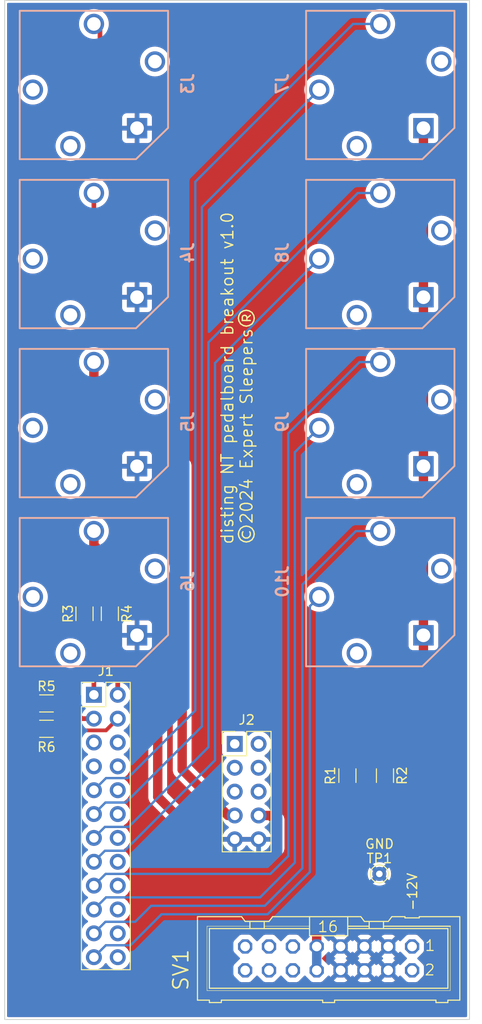
<source format=kicad_pcb>
(kicad_pcb (version 20221018) (generator pcbnew)
  (title_block (title "disting NT pedalboard breakout") (date "2024-11-14") (rev "1.0") (company "Expert Sleepers Ltd"))
  (layers (0 "F.Cu" signal) (31 "B.Cu" signal) (34 "B.Paste" user) (35 "F.Paste" user) (36 "B.SilkS" user "B.Silkscreen") (37 "F.SilkS" user "F.Silkscreen") (38 "B.Mask" user) (39 "F.Mask" user) (44 "Edge.Cuts" user))
  (net 0 "")
  (net 1 "GND")
  (net 3 "+12V")
  (net 11 "INPUT1")
  (net 12 "INPUT2")
  (net 13 "INPUT1_LINE")
  (net 14 "INPUT5")
  (net 15 "INPUT2_LINE")
  (net 16 "INPUT6")
  (net 18 "INPUT7")
  (net 20 "INPUT8")
  (net 22 "INPUT9")
  (net 24 "INPUT10")
  (net 26 "INPUT11")
  (net 28 "INPUT12")
  (net 30 "OUT7")
  (net 31 "OUT8")
  (net 37 "VSWITCH")
  (net 64 "Net-(J3-PadT)")
  (net 65 "Net-(J4-PadT)")
  (footprint "Resistor_SMD:R_1206_3216Metric" (layer "F.Cu") (at 91 142.5375 -90)
    (fp_text reference "R2" (at 0 -1.82 90) (layer "F.SilkS"))
    (fp_text value "2K")
    (fp_line (start -0.727064 -0.91) (end 0.727064 -0.91) (stroke (width 0.12)) (layer "F.SilkS"))
    (fp_line (start -0.727064 0.91) (end 0.727064 0.91) (stroke (width 0.12)) (layer "F.SilkS"))
    (pad "1" smd roundrect (at -1.4625 0 270) (size 1.125 1.75) (layers "F.Cu" "F.Paste" "F.Mask") (roundrect_rratio 0.222222) (net 37 "VSWITCH"))
    (pad "2" smd roundrect (at 1.4625 0 270) (size 1.125 1.75) (layers "F.Cu" "F.Paste" "F.Mask") (roundrect_rratio 0.222222) (net 1 "GND"))
  )
  (footprint "Resistor_SMD:R_1206_3216Metric" (layer "F.Cu") (at 59 125.3 -90)
    (fp_text reference "R3" (at 0 1.75 90) (layer "F.SilkS"))
    (fp_text value "0R")
    (fp_line (start -0.727064 -0.91) (end 0.727064 -0.91) (stroke (width 0.12)) (layer "F.SilkS"))
    (fp_line (start -0.727064 0.91) (end 0.727064 0.91) (stroke (width 0.12)) (layer "F.SilkS"))
    (pad "1" smd roundrect (at -1.4625 0 270) (size 1.125 1.75) (layers "F.Cu" "F.Paste" "F.Mask") (roundrect_rratio 0.222222) (net 64 "Net-(J3-PadT)"))
    (pad "2" smd roundrect (at 1.4625 0 270) (size 1.125 1.75) (layers "F.Cu" "F.Paste" "F.Mask") (roundrect_rratio 0.222222) (net 11 "INPUT1"))
  )
  (footprint "Connector_PinHeader_2.54mm:PinHeader_2x12_P2.54mm_Vertical" (layer "F.Cu") (at 60 133.93)
    (fp_text reference "J1" (at 1.27 -2.53) (layer "F.SilkS"))
    (fp_text value "Inputs")
    (fp_line (start -1.33 -1.33) (end 0 -1.33) (stroke (width 0.12)) (layer "F.SilkS"))
    (fp_line (start -1.33 0) (end -1.33 -1.33) (stroke (width 0.12)) (layer "F.SilkS"))
    (fp_line (start -1.33 1.27) (end -1.33 29.27) (stroke (width 0.12)) (layer "F.SilkS"))
    (fp_line (start -1.33 1.27) (end 1.27 1.27) (stroke (width 0.12)) (layer "F.SilkS"))
    (fp_line (start -1.33 29.27) (end 3.87 29.27) (stroke (width 0.12)) (layer "F.SilkS"))
    (fp_line (start 1.27 -1.33) (end 3.87 -1.33) (stroke (width 0.12)) (layer "F.SilkS"))
    (fp_line (start 1.27 1.27) (end 1.27 -1.33) (stroke (width 0.12)) (layer "F.SilkS"))
    (fp_line (start 3.87 -1.33) (end 3.87 29.27) (stroke (width 0.12)) (layer "F.SilkS"))
    (pad "1" thru_hole rect (at 0 0) (size 1.7 1.7) (drill 1) (layers "*.Cu" "*.Mask") (net 11 "INPUT1"))
    (pad "2" thru_hole oval (at 2.54 0) (size 1.7 1.7) (drill 1) (layers "*.Cu" "*.Mask") (net 13 "INPUT1_LINE"))
    (pad "3" thru_hole oval (at 0 2.54) (size 1.7 1.7) (drill 1) (layers "*.Cu" "*.Mask") (net 12 "INPUT2"))
    (pad "4" thru_hole oval (at 2.54 2.54) (size 1.7 1.7) (drill 1) (layers "*.Cu" "*.Mask") (net 15 "INPUT2_LINE"))
    (pad "5" thru_hole oval (at 0 5.08) (size 1.7 1.7) (drill 1) (layers "*.Cu" "*.Mask"))
    (pad "6" thru_hole oval (at 2.54 5.08) (size 1.7 1.7) (drill 1) (layers "*.Cu" "*.Mask"))
    (pad "7" thru_hole oval (at 0 7.62) (size 1.7 1.7) (drill 1) (layers "*.Cu" "*.Mask"))
    (pad "8" thru_hole oval (at 2.54 7.62) (size 1.7 1.7) (drill 1) (layers "*.Cu" "*.Mask"))
    (pad "9" thru_hole oval (at 0 10.16) (size 1.7 1.7) (drill 1) (layers "*.Cu" "*.Mask") (net 14 "INPUT5"))
    (pad "10" thru_hole oval (at 2.54 10.16) (size 1.7 1.7) (drill 1) (layers "*.Cu" "*.Mask"))
    (pad "11" thru_hole oval (at 0 12.7) (size 1.7 1.7) (drill 1) (layers "*.Cu" "*.Mask") (net 16 "INPUT6"))
    (pad "12" thru_hole oval (at 2.54 12.7) (size 1.7 1.7) (drill 1) (layers "*.Cu" "*.Mask"))
    (pad "13" thru_hole oval (at 0 15.24) (size 1.7 1.7) (drill 1) (layers "*.Cu" "*.Mask") (net 18 "INPUT7"))
    (pad "14" thru_hole oval (at 2.54 15.24) (size 1.7 1.7) (drill 1) (layers "*.Cu" "*.Mask"))
    (pad "15" thru_hole oval (at 0 17.78) (size 1.7 1.7) (drill 1) (layers "*.Cu" "*.Mask") (net 20 "INPUT8"))
    (pad "16" thru_hole oval (at 2.54 17.78) (size 1.7 1.7) (drill 1) (layers "*.Cu" "*.Mask"))
    (pad "17" thru_hole oval (at 0 20.32) (size 1.7 1.7) (drill 1) (layers "*.Cu" "*.Mask") (net 22 "INPUT9"))
    (pad "18" thru_hole oval (at 2.54 20.32) (size 1.7 1.7) (drill 1) (layers "*.Cu" "*.Mask"))
    (pad "19" thru_hole oval (at 0 22.86) (size 1.7 1.7) (drill 1) (layers "*.Cu" "*.Mask") (net 24 "INPUT10"))
    (pad "20" thru_hole oval (at 2.54 22.86) (size 1.7 1.7) (drill 1) (layers "*.Cu" "*.Mask"))
    (pad "21" thru_hole oval (at 0 25.4) (size 1.7 1.7) (drill 1) (layers "*.Cu" "*.Mask") (net 26 "INPUT11"))
    (pad "22" thru_hole oval (at 2.54 25.4) (size 1.7 1.7) (drill 1) (layers "*.Cu" "*.Mask"))
    (pad "23" thru_hole oval (at 0 27.94) (size 1.7 1.7) (drill 1) (layers "*.Cu" "*.Mask") (net 28 "INPUT12"))
    (pad "24" thru_hole oval (at 2.54 27.94) (size 1.7 1.7) (drill 1) (layers "*.Cu" "*.Mask"))
  )
  (footprint "Resistor_SMD:R_1206_3216Metric" (layer "F.Cu") (at 54.95 134.85)
    (fp_text reference "R5" (at 0 -1.82) (layer "F.SilkS"))
    (fp_text value "0R")
    (fp_line (start -0.727064 -0.91) (end 0.727064 -0.91) (stroke (width 0.12)) (layer "F.SilkS"))
    (fp_line (start -0.727064 0.91) (end 0.727064 0.91) (stroke (width 0.12)) (layer "F.SilkS"))
    (pad "1" smd roundrect (at -1.4625 0) (size 1.125 1.75) (layers "F.Cu" "F.Paste" "F.Mask") (roundrect_rratio 0.222222) (net 65 "Net-(J4-PadT)"))
    (pad "2" smd roundrect (at 1.4625 0) (size 1.125 1.75) (layers "F.Cu" "F.Paste" "F.Mask") (roundrect_rratio 0.222222) (net 12 "INPUT2"))
  )
  (footprint "Connector_PinHeader_2.54mm:PinHeader_2x05_P2.54mm_Vertical" (layer "F.Cu") (at 75 139.16)
    (fp_text reference "J2" (at 1.27 -2.56) (layer "F.SilkS"))
    (fp_text value "Outputs")
    (fp_line (start -1.33 -1.33) (end 0 -1.33) (stroke (width 0.12)) (layer "F.SilkS"))
    (fp_line (start -1.33 0) (end -1.33 -1.33) (stroke (width 0.12)) (layer "F.SilkS"))
    (fp_line (start -1.33 1.27) (end -1.33 11.49) (stroke (width 0.12)) (layer "F.SilkS"))
    (fp_line (start -1.33 1.27) (end 1.27 1.27) (stroke (width 0.12)) (layer "F.SilkS"))
    (fp_line (start -1.33 11.49) (end 3.87 11.49) (stroke (width 0.12)) (layer "F.SilkS"))
    (fp_line (start 1.27 -1.33) (end 3.87 -1.33) (stroke (width 0.12)) (layer "F.SilkS"))
    (fp_line (start 1.27 1.27) (end 1.27 -1.33) (stroke (width 0.12)) (layer "F.SilkS"))
    (fp_line (start 3.87 -1.33) (end 3.87 11.49) (stroke (width 0.12)) (layer "F.SilkS"))
    (pad "1" thru_hole rect (at 0 0) (size 1.7 1.7) (drill 1) (layers "*.Cu" "*.Mask"))
    (pad "2" thru_hole oval (at 2.54 0) (size 1.7 1.7) (drill 1) (layers "*.Cu" "*.Mask"))
    (pad "3" thru_hole oval (at 0 2.54) (size 1.7 1.7) (drill 1) (layers "*.Cu" "*.Mask"))
    (pad "4" thru_hole oval (at 2.54 2.54) (size 1.7 1.7) (drill 1) (layers "*.Cu" "*.Mask"))
    (pad "5" thru_hole oval (at 0 5.08) (size 1.7 1.7) (drill 1) (layers "*.Cu" "*.Mask"))
    (pad "6" thru_hole oval (at 2.54 5.08) (size 1.7 1.7) (drill 1) (layers "*.Cu" "*.Mask"))
    (pad "7" thru_hole oval (at 0 7.62) (size 1.7 1.7) (drill 1) (layers "*.Cu" "*.Mask") (net 30 "OUT7"))
    (pad "8" thru_hole oval (at 2.54 7.62) (size 1.7 1.7) (drill 1) (layers "*.Cu" "*.Mask") (net 31 "OUT8"))
    (pad "9" thru_hole oval (at 0 10.16) (size 1.7 1.7) (drill 1) (layers "*.Cu" "*.Mask") (net 1 "GND"))
    (pad "10" thru_hole oval (at 2.54 10.16) (size 1.7 1.7) (drill 1) (layers "*.Cu" "*.Mask") (net 1 "GND"))
  )
  (footprint "Resistor_SMD:R_1206_3216Metric" (layer "F.Cu") (at 61.7 125.3 -90)
    (fp_text reference "R4" (at 0 -1.82 90) (layer "F.SilkS"))
    (fp_text value "0R")
    (fp_line (start -0.727064 -0.91) (end 0.727064 -0.91) (stroke (width 0.12)) (layer "F.SilkS"))
    (fp_line (start -0.727064 0.91) (end 0.727064 0.91) (stroke (width 0.12)) (layer "F.SilkS"))
    (pad "1" smd roundrect (at -1.4625 0 270) (size 1.125 1.75) (layers "F.Cu" "F.Paste" "F.Mask") (roundrect_rratio 0.222222) (net 64 "Net-(J3-PadT)"))
    (pad "2" smd roundrect (at 1.4625 0 270) (size 1.125 1.75) (layers "F.Cu" "F.Paste" "F.Mask") (roundrect_rratio 0.222222) (net 13 "INPUT1_LINE"))
  )
  (footprint "eurorack:ML16" (layer "F.Cu") (at 85 162 180)
    (fp_text reference "SV1" (at 14.8 1.1 270) (layer "F.SilkS") (effects (font (size 1.6002 1.6002) (thickness 0.1778)) (justify right bottom)))
    (fp_text value "19-0035")
    (fp_text user "1" (at -11.43 0.7) (layer "F.SilkS") (effects (font (size 1.143 1.143) (thickness 0.127)) (justify right bottom)))
    (fp_text user "2" (at -11.4 -1.9) (layer "F.SilkS") (effects (font (size 1.143 1.143) (thickness 0.127)) (justify right bottom)))
    (fp_text user "16" (at -1.1 2.7) (layer "F.SilkS") (effects (font (size 1.143 1.143) (thickness 0.127)) (justify right bottom)))
    (fp_line (start -13.97 -4.445) (end -13.97 4.445) (stroke (width 0.127)) (layer "F.SilkS"))
    (fp_line (start -13.97 -4.445) (end -12.7 -4.445) (stroke (width 0.127)) (layer "F.SilkS"))
    (fp_line (start -13.97 4.445) (end -9.652 4.445) (stroke (width 0.127)) (layer "F.SilkS"))
    (fp_line (start -12.954 -3.429) (end -12.954 3.429) (stroke (width 0.0508)) (layer "F.SilkS"))
    (fp_line (start -12.954 3.429) (end -5.842 3.429) (stroke (width 0.127)) (layer "F.SilkS"))
    (fp_line (start -12.7 -4.699) (end -12.7 -4.445) (stroke (width 0.127)) (layer "F.SilkS"))
    (fp_line (start -12.7 -3.175) (end -12.7 3.175) (stroke (width 0.127)) (layer "F.SilkS"))
    (fp_line (start -12.7 -3.175) (end 12.7 -3.175) (stroke (width 0.127)) (layer "F.SilkS"))
    (fp_line (start -11.43 -4.699) (end -12.7 -4.699) (stroke (width 0.127)) (layer "F.SilkS"))
    (fp_line (start -11.43 -4.699) (end -11.43 -4.445) (stroke (width 0.127)) (layer "F.SilkS"))
    (fp_line (start -11.43 -4.445) (end -0.635 -4.445) (stroke (width 0.127)) (layer "F.SilkS"))
    (fp_line (start -9.652 4.318) (end -9.652 4.445) (stroke (width 0.127)) (layer "F.SilkS"))
    (fp_line (start -9.652 4.318) (end -8.128 4.318) (stroke (width 0.127)) (layer "F.SilkS"))
    (fp_line (start -8.128 4.445) (end -8.128 4.318) (stroke (width 0.127)) (layer "F.SilkS"))
    (fp_line (start -8.128 4.445) (end -6.731 4.445) (stroke (width 0.127)) (layer "F.SilkS"))
    (fp_line (start -6.731 4.445) (end -6.35 3.937) (stroke (width 0.127)) (layer "F.SilkS"))
    (fp_line (start -5.842 3.175) (end -12.7 3.175) (stroke (width 0.127)) (layer "F.SilkS"))
    (fp_line (start -5.842 3.175) (end -5.842 3.429) (stroke (width 0.127)) (layer "F.SilkS"))
    (fp_line (start -5.842 3.429) (end -5.842 3.937) (stroke (width 0.127)) (layer "F.SilkS"))
    (fp_line (start -5.842 3.937) (end -6.35 3.937) (stroke (width 0.127)) (layer "F.SilkS"))
    (fp_line (start -4.318 3.175) (end -5.842 3.175) (stroke (width 0.127)) (layer "F.SilkS"))
    (fp_line (start -4.318 3.175) (end -4.318 3.429) (stroke (width 0.127)) (layer "F.SilkS"))
    (fp_line (start -4.318 3.429) (end -4.318 3.937) (stroke (width 0.127)) (layer "F.SilkS"))
    (fp_line (start -4.318 3.429) (end -2.032 3.429) (stroke (width 0.127)) (layer "F.SilkS"))
    (fp_line (start -4.318 3.937) (end -5.842 3.937) (stroke (width 0.127)) (layer "F.SilkS"))
    (fp_line (start -3.81 3.937) (end -4.318 3.937) (stroke (width 0.127)) (layer "F.SilkS"))
    (fp_line (start -3.81 3.937) (end -3.429 4.445) (stroke (width 0.127)) (layer "F.SilkS"))
    (fp_line (start -3.429 4.445) (end -2.032 4.445) (stroke (width 0.127)) (layer "F.SilkS"))
    (fp_line (start -2.032 3.175) (end -4.318 3.175) (stroke (width 0.127)) (layer "F.SilkS"))
    (fp_line (start -2.032 3.175) (end -2.032 2.413) (stroke (width 0.127)) (layer "F.SilkS"))
    (fp_line (start -2.032 3.175) (end -2.032 3.429) (stroke (width 0.127)) (layer "F.SilkS"))
    (fp_line (start -2.032 3.429) (end -2.032 4.445) (stroke (width 0.127)) (layer "F.SilkS"))
    (fp_line (start -0.635 -4.699) (end -0.635 -4.445) (stroke (width 0.127)) (layer "F.SilkS"))
    (fp_line (start 0.635 -4.699) (end -0.635 -4.699) (stroke (width 0.127)) (layer "F.SilkS"))
    (fp_line (start 0.635 -4.699) (end 0.635 -4.445) (stroke (width 0.127)) (layer "F.SilkS"))
    (fp_line (start 0.635 -4.445) (end 11.43 -4.445) (stroke (width 0.127)) (layer "F.SilkS"))
    (fp_line (start 2.032 2.413) (end -2.032 2.413) (stroke (width 0.127)) (layer "F.SilkS"))
    (fp_line (start 2.032 2.413) (end 2.032 3.175) (stroke (width 0.127)) (layer "F.SilkS"))
    (fp_line (start 2.032 3.175) (end 2.032 3.429) (stroke (width 0.127)) (layer "F.SilkS"))
    (fp_line (start 2.032 3.429) (end 2.032 4.445) (stroke (width 0.127)) (layer "F.SilkS"))
    (fp_line (start 2.032 4.445) (end -2.032 4.445) (stroke (width 0.127)) (layer "F.SilkS"))
    (fp_line (start 5.969 4.445) (end 2.032 4.445) (stroke (width 0.127)) (layer "F.SilkS"))
    (fp_line (start 5.969 4.445) (end 6.35 3.937) (stroke (width 0.127)) (layer "F.SilkS"))
    (fp_line (start 6.858 3.175) (end 2.032 3.175) (stroke (width 0.127)) (layer "F.SilkS"))
    (fp_line (start 6.858 3.175) (end 6.858 3.429) (stroke (width 0.127)) (layer "F.SilkS"))
    (fp_line (start 6.858 3.429) (end 2.032 3.429) (stroke (width 0.0508)) (layer "F.SilkS"))
    (fp_line (start 6.858 3.429) (end 6.858 3.937) (stroke (width 0.127)) (layer "F.SilkS"))
    (fp_line (start 6.858 3.937) (end 6.35 3.937) (stroke (width 0.127)) (layer "F.SilkS"))
    (fp_line (start 8.382 3.175) (end 6.858 3.175) (stroke (width 0.127)) (layer "F.SilkS"))
    (fp_line (start 8.382 3.175) (end 8.382 3.429) (stroke (width 0.127)) (layer "F.SilkS"))
    (fp_line (start 8.382 3.429) (end 8.382 3.937) (stroke (width 0.127)) (layer "F.SilkS"))
    (fp_line (start 8.382 3.429) (end 12.954 3.429) (stroke (width 0.0508)) (layer "F.SilkS"))
    (fp_line (start 8.382 3.937) (end 6.858 3.937) (stroke (width 0.127)) (layer "F.SilkS"))
    (fp_line (start 8.89 3.937) (end 8.382 3.937) (stroke (width 0.127)) (layer "F.SilkS"))
    (fp_line (start 8.89 3.937) (end 9.271 4.445) (stroke (width 0.127)) (layer "F.SilkS"))
    (fp_line (start 11.43 -4.445) (end 11.43 -4.699) (stroke (width 0.127)) (layer "F.SilkS"))
    (fp_line (start 12.7 -4.699) (end 11.43 -4.699) (stroke (width 0.127)) (layer "F.SilkS"))
    (fp_line (start 12.7 -4.445) (end 12.7 -4.699) (stroke (width 0.127)) (layer "F.SilkS"))
    (fp_line (start 12.7 -4.445) (end 13.97 -4.445) (stroke (width 0.127)) (layer "F.SilkS"))
    (fp_line (start 12.7 3.175) (end 8.382 3.175) (stroke (width 0.127)) (layer "F.SilkS"))
    (fp_line (start 12.7 3.175) (end 12.7 -3.175) (stroke (width 0.127)) (layer "F.SilkS"))
    (fp_line (start 12.954 -3.429) (end -12.954 -3.429) (stroke (width 0.0508)) (layer "F.SilkS"))
    (fp_line (start 12.954 3.429) (end 12.954 -3.429) (stroke (width 0.0508)) (layer "F.SilkS"))
    (fp_line (start 13.97 4.445) (end 9.271 4.445) (stroke (width 0.127)) (layer "F.SilkS"))
    (fp_line (start 13.97 4.445) (end 13.97 -4.445) (stroke (width 0.127)) (layer "F.SilkS"))
    (pad "1" thru_hole roundrect (at -8.89 1.27 180) (size 1.524 1.524) (drill 1.016) (layers "*.Cu" "*.Mask") (chamfer_ratio 0.2928932188) (chamfer top_left top_right bottom_left bottom_right))
    (pad "2" thru_hole roundrect (at -8.89 -1.27 180) (size 1.524 1.524) (drill 1.016) (layers "*.Cu" "*.Mask") (chamfer_ratio 0.2928932188) (chamfer top_left top_right bottom_left bottom_right))
    (pad "3" thru_hole roundrect (at -6.35 1.27 180) (size 1.524 1.524) (drill 1.016) (layers "*.Cu" "*.Mask") (chamfer_ratio 0.2928932188) (chamfer top_left top_right bottom_left bottom_right) (net 1 "GND"))
    (pad "4" thru_hole roundrect (at -6.35 -1.27 180) (size 1.524 1.524) (drill 1.016) (layers "*.Cu" "*.Mask") (chamfer_ratio 0.2928932188) (chamfer top_left top_right bottom_left bottom_right) (net 1 "GND"))
    (pad "5" thru_hole roundrect (at -3.81 1.27 180) (size 1.524 1.524) (drill 1.016) (layers "*.Cu" "*.Mask") (chamfer_ratio 0.2928932188) (chamfer top_left top_right bottom_left bottom_right) (net 1 "GND"))
    (pad "6" thru_hole roundrect (at -3.81 -1.27 180) (size 1.524 1.524) (drill 1.016) (layers "*.Cu" "*.Mask") (chamfer_ratio 0.2928932188) (chamfer top_left top_right bottom_left bottom_right) (net 1 "GND"))
    (pad "7" thru_hole roundrect (at -1.27 1.27 180) (size 1.524 1.524) (drill 1.016) (layers "*.Cu" "*.Mask") (chamfer_ratio 0.2928932188) (chamfer top_left top_right bottom_left bottom_right) (net 1 "GND"))
    (pad "8" thru_hole roundrect (at -1.27 -1.27 180) (size 1.524 1.524) (drill 1.016) (layers "*.Cu" "*.Mask") (chamfer_ratio 0.2928932188) (chamfer top_left top_right bottom_left bottom_right) (net 1 "GND"))
    (pad "9" thru_hole roundrect (at 1.27 1.27 180) (size 1.524 1.524) (drill 1.016) (layers "*.Cu" "*.Mask") (chamfer_ratio 0.2928932188) (chamfer top_left top_right bottom_left bottom_right) (net 3 "+12V"))
    (pad "10" thru_hole roundrect (at 1.27 -1.27 180) (size 1.524 1.524) (drill 1.016) (layers "*.Cu" "*.Mask") (chamfer_ratio 0.2928932188) (chamfer top_left top_right bottom_left bottom_right) (net 3 "+12V"))
    (pad "11" thru_hole roundrect (at 3.81 1.27 180) (size 1.524 1.524) (drill 1.016) (layers "*.Cu" "*.Mask") (chamfer_ratio 0.2928932188) (chamfer top_left top_right bottom_left bottom_right))
    (pad "12" thru_hole roundrect (at 3.81 -1.27 180) (size 1.524 1.524) (drill 1.016) (layers "*.Cu" "*.Mask") (chamfer_ratio 0.2928932188) (chamfer top_left top_right bottom_left bottom_right))
    (pad "13" thru_hole roundrect (at 6.35 1.27 180) (size 1.524 1.524) (drill 1.016) (layers "*.Cu" "*.Mask") (chamfer_ratio 0.2928932188) (chamfer top_left top_right bottom_left bottom_right))
    (pad "14" thru_hole roundrect (at 6.35 -1.27 180) (size 1.524 1.524) (drill 1.016) (layers "*.Cu" "*.Mask") (chamfer_ratio 0.2928932188) (chamfer top_left top_right bottom_left bottom_right))
    (pad "15" thru_hole roundrect (at 8.89 1.27 180) (size 1.524 1.524) (drill 1.016) (layers "*.Cu" "*.Mask") (chamfer_ratio 0.2928932188) (chamfer top_left top_right bottom_left bottom_right))
    (pad "16" thru_hole roundrect (at 8.89 -1.27 180) (size 1.524 1.524) (drill 1.016) (layers "*.Cu" "*.Mask") (chamfer_ratio 0.2928932188) (chamfer top_left top_right bottom_left bottom_right))
  )
  (footprint "TestPoint:TestPoint_THTPad_D1.5mm_Drill0.7mm" (layer "F.Cu") (at 90.4 153)
    (fp_text reference "TP1" (at 0 -1.648) (layer "F.SilkS"))
    (fp_text value "GND")
    (fp_circle (center 0 0) (end 0 0.95) (stroke (width 0.12)) (fill none) (layer "F.SilkS"))
    (pad "1" thru_hole circle (at 0 0) (size 1.5 1.5) (drill 0.7) (layers "*.Cu" "*.Mask") (net 1 "GND"))
  )
  (footprint "Resistor_SMD:R_1206_3216Metric" (layer "F.Cu") (at 54.95 137.55)
    (fp_text reference "R6" (at 0 1.95) (layer "F.SilkS"))
    (fp_text value "0R")
    (fp_line (start -0.727064 -0.91) (end 0.727064 -0.91) (stroke (width 0.12)) (layer "F.SilkS"))
    (fp_line (start -0.727064 0.91) (end 0.727064 0.91) (stroke (width 0.12)) (layer "F.SilkS"))
    (pad "1" smd roundrect (at -1.4625 0) (size 1.125 1.75) (layers "F.Cu" "F.Paste" "F.Mask") (roundrect_rratio 0.222222) (net 65 "Net-(J4-PadT)"))
    (pad "2" smd roundrect (at 1.4625 0) (size 1.125 1.75) (layers "F.Cu" "F.Paste" "F.Mask") (roundrect_rratio 0.222222) (net 15 "INPUT2_LINE"))
  )
  (footprint "Resistor_SMD:R_1206_3216Metric" (layer "F.Cu") (at 87 142.5375 90)
    (fp_text reference "R1" (at 0 -1.82 90) (layer "F.SilkS"))
    (fp_text value "10K")
    (fp_line (start -0.727064 -0.91) (end 0.727064 -0.91) (stroke (width 0.12)) (layer "F.SilkS"))
    (fp_line (start -0.727064 0.91) (end 0.727064 0.91) (stroke (width 0.12)) (layer "F.SilkS"))
    (pad "1" smd roundrect (at -1.4625 0 90) (size 1.125 1.75) (layers "F.Cu" "F.Paste" "F.Mask") (roundrect_rratio 0.222222) (net 3 "+12V"))
    (pad "2" smd roundrect (at 1.4625 0 90) (size 1.125 1.75) (layers "F.Cu" "F.Paste" "F.Mask") (roundrect_rratio 0.222222) (net 37 "VSWITCH"))
  )
  (footprint "eurorack:PJ612A-A" (layer "B.Cu") (at 90.5 105 -90)
    (fp_text reference "J9" (at -0.13 10.43 90) (layer "B.SilkS") (effects (font (size 1.27 1.27) (thickness 0.254)) (justify mirror)))
    (fp_text value "PJ612A-A" hide)
    (fp_line (start -7.9 -7.9) (end -7.9 7.9) (stroke (width 0.2)) (layer "B.SilkS"))
    (fp_line (start -7.9 7.9) (end 7.9 7.9) (stroke (width 0.2)) (layer "B.SilkS"))
    (fp_line (start 4.57 -7.9) (end -7.9 -7.9) (stroke (width 0.2)) (layer "B.SilkS"))
    (fp_line (start 7.9 -4.48) (end 4.57 -7.9) (stroke (width 0.2)) (layer "B.SilkS"))
    (fp_line (start 7.9 7.9) (end 7.9 -4.48) (stroke (width 0.2)) (layer "B.SilkS"))
    (pad "R" thru_hole circle (at 0.5 6.5 270) (size 2.175 2.175) (drill 1.45) (layers "*.Cu" "*.Mask") (net 24 "INPUT10"))
    (pad "RN" thru_hole circle (at 6.5 2.5 270) (size 2.175 2.175) (drill 1.45) (layers "*.Cu" "*.Mask"))
    (pad "S" thru_hole rect (at 4.596194 -4.596194 270) (size 2.175 2.175) (drill 1.45) (layers "*.Cu" "*.Mask") (net 37 "VSWITCH"))
    (pad "T" thru_hole circle (at -6.5 0 270) (size 2.175 2.175) (drill 1.45) (layers "*.Cu" "*.Mask") (net 22 "INPUT9"))
    (pad "TN" thru_hole circle (at -2.5 -6.5 270) (size 2.175 2.175) (drill 1.45) (layers "*.Cu" "*.Mask"))
  )
  (footprint "eurorack:PJ612A-A" (layer "B.Cu") (at 60 69 -90)
    (fp_text reference "J3" (at -0.13 -10 90) (layer "B.SilkS") (effects (font (size 1.27 1.27) (thickness 0.254)) (justify mirror)))
    (fp_text value "PJ612A-A" hide)
    (fp_line (start -7.9 -7.9) (end -7.9 7.9) (stroke (width 0.2)) (layer "B.SilkS"))
    (fp_line (start -7.9 7.9) (end 7.9 7.9) (stroke (width 0.2)) (layer "B.SilkS"))
    (fp_line (start 4.57 -7.9) (end -7.9 -7.9) (stroke (width 0.2)) (layer "B.SilkS"))
    (fp_line (start 7.9 -4.48) (end 4.57 -7.9) (stroke (width 0.2)) (layer "B.SilkS"))
    (fp_line (start 7.9 7.9) (end 7.9 -4.48) (stroke (width 0.2)) (layer "B.SilkS"))
    (pad "R" thru_hole circle (at 0.5 6.5 270) (size 2.175 2.175) (drill 1.45) (layers "*.Cu" "*.Mask"))
    (pad "RN" thru_hole circle (at 6.5 2.5 270) (size 2.175 2.175) (drill 1.45) (layers "*.Cu" "*.Mask"))
    (pad "S" thru_hole rect (at 4.596194 -4.596194 270) (size 2.175 2.175) (drill 1.45) (layers "*.Cu" "*.Mask") (net 1 "GND"))
    (pad "T" thru_hole circle (at -6.5 0 270) (size 2.175 2.175) (drill 1.45) (layers "*.Cu" "*.Mask") (net 64 "Net-(J3-PadT)"))
    (pad "TN" thru_hole circle (at -2.5 -6.5 270) (size 2.175 2.175) (drill 1.45) (layers "*.Cu" "*.Mask"))
  )
  (footprint "eurorack:PJ612A-A" (layer "B.Cu") (at 60 87 -90)
    (fp_text reference "J4" (at -0.13 -10 90) (layer "B.SilkS") (effects (font (size 1.27 1.27) (thickness 0.254)) (justify mirror)))
    (fp_text value "PJ612A-A" hide)
    (fp_line (start -7.9 -7.9) (end -7.9 7.9) (stroke (width 0.2)) (layer "B.SilkS"))
    (fp_line (start -7.9 7.9) (end 7.9 7.9) (stroke (width 0.2)) (layer "B.SilkS"))
    (fp_line (start 4.57 -7.9) (end -7.9 -7.9) (stroke (width 0.2)) (layer "B.SilkS"))
    (fp_line (start 7.9 -4.48) (end 4.57 -7.9) (stroke (width 0.2)) (layer "B.SilkS"))
    (fp_line (start 7.9 7.9) (end 7.9 -4.48) (stroke (width 0.2)) (layer "B.SilkS"))
    (pad "R" thru_hole circle (at 0.5 6.5 270) (size 2.175 2.175) (drill 1.45) (layers "*.Cu" "*.Mask"))
    (pad "RN" thru_hole circle (at 6.5 2.5 270) (size 2.175 2.175) (drill 1.45) (layers "*.Cu" "*.Mask"))
    (pad "S" thru_hole rect (at 4.596194 -4.596194 270) (size 2.175 2.175) (drill 1.45) (layers "*.Cu" "*.Mask") (net 1 "GND"))
    (pad "T" thru_hole circle (at -6.5 0 270) (size 2.175 2.175) (drill 1.45) (layers "*.Cu" "*.Mask") (net 65 "Net-(J4-PadT)"))
    (pad "TN" thru_hole circle (at -2.5 -6.5 270) (size 2.175 2.175) (drill 1.45) (layers "*.Cu" "*.Mask"))
  )
  (footprint "eurorack:PJ612A-A" (layer "B.Cu") (at 90.5 69 -90)
    (fp_text reference "J7" (at -0.13 10.43 90) (layer "B.SilkS") (effects (font (size 1.27 1.27) (thickness 0.254)) (justify mirror)))
    (fp_text value "PJ612A-A" hide)
    (fp_line (start -7.9 -7.9) (end -7.9 7.9) (stroke (width 0.2)) (layer "B.SilkS"))
    (fp_line (start -7.9 7.9) (end 7.9 7.9) (stroke (width 0.2)) (layer "B.SilkS"))
    (fp_line (start 4.57 -7.9) (end -7.9 -7.9) (stroke (width 0.2)) (layer "B.SilkS"))
    (fp_line (start 7.9 -4.48) (end 4.57 -7.9) (stroke (width 0.2)) (layer "B.SilkS"))
    (fp_line (start 7.9 7.9) (end 7.9 -4.48) (stroke (width 0.2)) (layer "B.SilkS"))
    (pad "R" thru_hole circle (at 0.5 6.5 270) (size 2.175 2.175) (drill 1.45) (layers "*.Cu" "*.Mask") (net 16 "INPUT6"))
    (pad "RN" thru_hole circle (at 6.5 2.5 270) (size 2.175 2.175) (drill 1.45) (layers "*.Cu" "*.Mask"))
    (pad "S" thru_hole rect (at 4.596194 -4.596194 270) (size 2.175 2.175) (drill 1.45) (layers "*.Cu" "*.Mask") (net 37 "VSWITCH"))
    (pad "T" thru_hole circle (at -6.5 0 270) (size 2.175 2.175) (drill 1.45) (layers "*.Cu" "*.Mask") (net 14 "INPUT5"))
    (pad "TN" thru_hole circle (at -2.5 -6.5 270) (size 2.175 2.175) (drill 1.45) (layers "*.Cu" "*.Mask"))
  )
  (footprint "eurorack:PJ612A-A" (layer "B.Cu") (at 60 105 -90)
    (fp_text reference "J5" (at -0.13 -10 90) (layer "B.SilkS") (effects (font (size 1.27 1.27) (thickness 0.254)) (justify mirror)))
    (fp_text value "PJ612A-A" hide)
    (fp_line (start -7.9 -7.9) (end -7.9 7.9) (stroke (width 0.2)) (layer "B.SilkS"))
    (fp_line (start -7.9 7.9) (end 7.9 7.9) (stroke (width 0.2)) (layer "B.SilkS"))
    (fp_line (start 4.57 -7.9) (end -7.9 -7.9) (stroke (width 0.2)) (layer "B.SilkS"))
    (fp_line (start 7.9 -4.48) (end 4.57 -7.9) (stroke (width 0.2)) (layer "B.SilkS"))
    (fp_line (start 7.9 7.9) (end 7.9 -4.48) (stroke (width 0.2)) (layer "B.SilkS"))
    (pad "R" thru_hole circle (at 0.5 6.5 270) (size 2.175 2.175) (drill 1.45) (layers "*.Cu" "*.Mask"))
    (pad "RN" thru_hole circle (at 6.5 2.5 270) (size 2.175 2.175) (drill 1.45) (layers "*.Cu" "*.Mask"))
    (pad "S" thru_hole rect (at 4.596194 -4.596194 270) (size 2.175 2.175) (drill 1.45) (layers "*.Cu" "*.Mask") (net 1 "GND"))
    (pad "T" thru_hole circle (at -6.5 0 270) (size 2.175 2.175) (drill 1.45) (layers "*.Cu" "*.Mask") (net 30 "OUT7"))
    (pad "TN" thru_hole circle (at -2.5 -6.5 270) (size 2.175 2.175) (drill 1.45) (layers "*.Cu" "*.Mask"))
  )
  (footprint "eurorack:PJ612A-A" (layer "B.Cu") (at 60 123 -90)
    (fp_text reference "J6" (at -1.13 -10 90) (layer "B.SilkS") (effects (font (size 1.27 1.27) (thickness 0.254)) (justify mirror)))
    (fp_text value "PJ612A-A" hide)
    (fp_line (start -7.9 -7.9) (end -7.9 7.9) (stroke (width 0.2)) (layer "B.SilkS"))
    (fp_line (start -7.9 7.9) (end 7.9 7.9) (stroke (width 0.2)) (layer "B.SilkS"))
    (fp_line (start 4.57 -7.9) (end -7.9 -7.9) (stroke (width 0.2)) (layer "B.SilkS"))
    (fp_line (start 7.9 -4.48) (end 4.57 -7.9) (stroke (width 0.2)) (layer "B.SilkS"))
    (fp_line (start 7.9 7.9) (end 7.9 -4.48) (stroke (width 0.2)) (layer "B.SilkS"))
    (pad "R" thru_hole circle (at 0.5 6.5 270) (size 2.175 2.175) (drill 1.45) (layers "*.Cu" "*.Mask"))
    (pad "RN" thru_hole circle (at 6.5 2.5 270) (size 2.175 2.175) (drill 1.45) (layers "*.Cu" "*.Mask"))
    (pad "S" thru_hole rect (at 4.596194 -4.596194 270) (size 2.175 2.175) (drill 1.45) (layers "*.Cu" "*.Mask") (net 1 "GND"))
    (pad "T" thru_hole circle (at -6.5 0 270) (size 2.175 2.175) (drill 1.45) (layers "*.Cu" "*.Mask") (net 31 "OUT8"))
    (pad "TN" thru_hole circle (at -2.5 -6.5 270) (size 2.175 2.175) (drill 1.45) (layers "*.Cu" "*.Mask"))
  )
  (footprint "eurorack:PJ612A-A" (layer "B.Cu") (at 90.5 87 -90)
    (fp_text reference "J8" (at -0.13 10.43 90) (layer "B.SilkS") (effects (font (size 1.27 1.27) (thickness 0.254)) (justify mirror)))
    (fp_text value "PJ612A-A" hide)
    (fp_line (start -7.9 -7.9) (end -7.9 7.9) (stroke (width 0.2)) (layer "B.SilkS"))
    (fp_line (start -7.9 7.9) (end 7.9 7.9) (stroke (width 0.2)) (layer "B.SilkS"))
    (fp_line (start 4.57 -7.9) (end -7.9 -7.9) (stroke (width 0.2)) (layer "B.SilkS"))
    (fp_line (start 7.9 -4.48) (end 4.57 -7.9) (stroke (width 0.2)) (layer "B.SilkS"))
    (fp_line (start 7.9 7.9) (end 7.9 -4.48) (stroke (width 0.2)) (layer "B.SilkS"))
    (pad "R" thru_hole circle (at 0.5 6.5 270) (size 2.175 2.175) (drill 1.45) (layers "*.Cu" "*.Mask") (net 20 "INPUT8"))
    (pad "RN" thru_hole circle (at 6.5 2.5 270) (size 2.175 2.175) (drill 1.45) (layers "*.Cu" "*.Mask"))
    (pad "S" thru_hole rect (at 4.596194 -4.596194 270) (size 2.175 2.175) (drill 1.45) (layers "*.Cu" "*.Mask") (net 37 "VSWITCH"))
    (pad "T" thru_hole circle (at -6.5 0 270) (size 2.175 2.175) (drill 1.45) (layers "*.Cu" "*.Mask") (net 18 "INPUT7"))
    (pad "TN" thru_hole circle (at -2.5 -6.5 270) (size 2.175 2.175) (drill 1.45) (layers "*.Cu" "*.Mask"))
  )
  (footprint "eurorack:PJ612A-A" (layer "B.Cu") (at 90.5 123 -90)
    (fp_text reference "J10" (at -1.13 10.43 90) (layer "B.SilkS") (effects (font (size 1.27 1.27) (thickness 0.254)) (justify mirror)))
    (fp_text value "PJ612A-A" hide)
    (fp_line (start -7.9 -7.9) (end -7.9 7.9) (stroke (width 0.2)) (layer "B.SilkS"))
    (fp_line (start -7.9 7.9) (end 7.9 7.9) (stroke (width 0.2)) (layer "B.SilkS"))
    (fp_line (start 4.57 -7.9) (end -7.9 -7.9) (stroke (width 0.2)) (layer "B.SilkS"))
    (fp_line (start 7.9 -4.48) (end 4.57 -7.9) (stroke (width 0.2)) (layer "B.SilkS"))
    (fp_line (start 7.9 7.9) (end 7.9 -4.48) (stroke (width 0.2)) (layer "B.SilkS"))
    (pad "R" thru_hole circle (at 0.5 6.5 270) (size 2.175 2.175) (drill 1.45) (layers "*.Cu" "*.Mask") (net 28 "INPUT12"))
    (pad "RN" thru_hole circle (at 6.5 2.5 270) (size 2.175 2.175) (drill 1.45) (layers "*.Cu" "*.Mask"))
    (pad "S" thru_hole rect (at 4.596194 -4.596194 270) (size 2.175 2.175) (drill 1.45) (layers "*.Cu" "*.Mask") (net 37 "VSWITCH"))
    (pad "T" thru_hole circle (at -6.5 0 270) (size 2.175 2.175) (drill 1.45) (layers "*.Cu" "*.Mask") (net 26 "INPUT11"))
    (pad "TN" thru_hole circle (at -2.5 -6.5 270) (size 2.175 2.175) (drill 1.45) (layers "*.Cu" "*.Mask"))
  )
  (gr_rect (start 50.5 60) (end 100 168.5) (stroke (width 0.1)) (fill none) (layer "Edge.Cuts"))
  (gr_text "-12V\n" (at 94.5 157 90) (layer "F.SilkS") (effects (font (size 1 1)) (justify left bottom)))
  (gr_text "GND" (at 88.8 150.4) (layer "F.SilkS") (effects (font (size 1 1)) (justify left bottom)))
  (gr_text "disting NT pedalboard breakout v1.0\n©2024 Expert Sleepers®" (at 77 118 90) (layer "F.SilkS") (effects (font (size 1.27 1.27)) (justify left bottom)))
  (segment (start 83.73 160.73) (end 83.73 159.37) (width 1) (layer "F.Cu") (net 3))
  (segment (start 87 156.1) (end 87 144) (width 1) (layer "F.Cu") (net 3))
  (segment (start 83.73 159.37) (end 87 156.1) (width 1) (layer "F.Cu") (net 3))
  (segment (start 83.73 163.27) (end 83.73 160.73) (width 1) (layer "B.Cu") (net 3))
  (segment (start 59 128.15) (end 60 129.15) (width 0.5) (layer "F.Cu") (net 11))
  (segment (start 60 129.15) (end 60 133.93) (width 0.5) (layer "F.Cu") (net 11))
  (segment (start 59 126.7625) (end 59 128.15) (width 0.5) (layer "F.Cu") (net 11))
  (segment (start 57.1 134.85) (end 58.72 136.47) (width 0.5) (layer "F.Cu") (net 12))
  (segment (start 60 136.47) (end 59.97 136.5) (width 0.5) (layer "F.Cu") (net 12))
  (segment (start 56.4125 134.85) (end 57.1 134.85) (width 0.5) (layer "F.Cu") (net 12))
  (segment (start 58.72 136.47) (end 60 136.47) (width 0.5) (layer "F.Cu") (net 12))
  (segment (start 62.54 129.84) (end 61.7 129) (width 0.5) (layer "F.Cu") (net 13))
  (segment (start 62.54 133.93) (end 62.54 129.84) (width 0.5) (layer "F.Cu") (net 13))
  (segment (start 61.7 129) (end 61.7 126.7625) (width 0.5) (layer "F.Cu") (net 13))
  (segment (start 60 144.09) (end 61.29 142.8) (width 0.25) (layer "B.Cu") (net 14))
  (segment (start 87.6 62.5) (end 90.5 62.5) (width 0.25) (layer "B.Cu") (net 14))
  (segment (start 61.29 142.8) (end 63.6 142.8) (width 0.25) (layer "B.Cu") (net 14))
  (segment (start 63.6 142.8) (end 70.8 135.6) (width 0.25) (layer "B.Cu") (net 14))
  (segment (start 70.8 79.3) (end 87.6 62.5) (width 0.25) (layer "B.Cu") (net 14))
  (segment (start 70.8 135.6) (end 70.8 79.3) (width 0.25) (layer "B.Cu") (net 14))
  (segment (start 56.5825 137.72) (end 56.4125 137.55) (width 0.4) (layer "F.Cu") (net 15))
  (segment (start 56.4125 137.55) (end 56.5075 137.645) (width 0.5) (layer "F.Cu") (net 15))
  (segment (start 61.29 137.72) (end 56.5825 137.72) (width 0.4) (layer "F.Cu") (net 15))
  (segment (start 62.54 136.47) (end 61.29 137.72) (width 0.4) (layer "F.Cu") (net 15))
  (segment (start 63.4 145.4) (end 71.5 137.3) (width 0.25) (layer "B.Cu") (net 16))
  (segment (start 61.23 145.4) (end 63.4 145.4) (width 0.25) (layer "B.Cu") (net 16))
  (segment (start 71.5 82) (end 84 69.5) (width 0.25) (layer "B.Cu") (net 16))
  (segment (start 71.5 137.3) (end 71.5 82) (width 0.25) (layer "B.Cu") (net 16))
  (segment (start 60 146.63) (end 61.23 145.4) (width 0.25) (layer "B.Cu") (net 16))
  (segment (start 72.2 139.5) (end 72.2 96.4) (width 0.25) (layer "B.Cu") (net 18))
  (segment (start 63.705 147.995) (end 72.2 139.5) (width 0.25) (layer "B.Cu") (net 18))
  (segment (start 61.175 147.995) (end 63.705 147.995) (width 0.25) (layer "B.Cu") (net 18))
  (segment (start 88.1 80.5) (end 90.5 80.5) (width 0.25) (layer "B.Cu") (net 18))
  (segment (start 60 149.17) (end 61.175 147.995) (width 0.25) (layer "B.Cu") (net 18))
  (segment (start 72.2 96.4) (end 88.1 80.5) (width 0.25) (layer "B.Cu") (net 18))
  (segment (start 61.175 150.535) (end 63.265 150.535) (width 0.25) (layer "B.Cu") (net 20))
  (segment (start 63.265 150.535) (end 72.9 140.9) (width 0.25) (layer "B.Cu") (net 20))
  (segment (start 72.9 98.6) (end 84 87.5) (width 0.25) (layer "B.Cu") (net 20))
  (segment (start 72.9 140.9) (end 72.9 98.6) (width 0.25) (layer "B.Cu") (net 20))
  (segment (start 60 151.71) (end 61.175 150.535) (width 0.25) (layer "B.Cu") (net 20))
  (segment (start 80.7 151.1) (end 80.7 106.1) (width 0.25) (layer "B.Cu") (net 22))
  (segment (start 60 154.25) (end 61.25 153) (width 0.25) (layer "B.Cu") (net 22))
  (segment (start 78.8 153) (end 80.7 151.1) (width 0.25) (layer "B.Cu") (net 22))
  (segment (start 80.7 106.1) (end 88.3 98.5) (width 0.25) (layer "B.Cu") (net 22))
  (segment (start 88.3 98.5) (end 90.5 98.5) (width 0.25) (layer "B.Cu") (net 22))
  (segment (start 61.25 153) (end 78.8 153) (width 0.25) (layer "B.Cu") (net 22))
  (segment (start 77.7 155.5) (end 81.4 151.8) (width 0.25) (layer "B.Cu") (net 24))
  (segment (start 81.4 108.1) (end 84 105.5) (width 0.25) (layer "B.Cu") (net 24))
  (segment (start 61.29 155.5) (end 77.7 155.5) (width 0.25) (layer "B.Cu") (net 24))
  (segment (start 81.4 151.8) (end 81.4 108.1) (width 0.25) (layer "B.Cu") (net 24))
  (segment (start 60 156.79) (end 61.29 155.5) (width 0.25) (layer "B.Cu") (net 24))
  (segment (start 82.2 122.2) (end 87.9 116.5) (width 0.25) (layer "B.Cu") (net 26))
  (segment (start 78.2 156.4) (end 82.2 152.4) (width 0.25) (layer "B.Cu") (net 26))
  (segment (start 82.2 152.4) (end 82.2 122.2) (width 0.25) (layer "B.Cu") (net 26))
  (segment (start 87.9 116.5) (end 90.5 116.5) (width 0.25) (layer "B.Cu") (net 26))
  (segment (start 60 159.33) (end 61.23 158.1) (width 0.25) (layer "B.Cu") (net 26))
  (segment (start 66.1 156.4) (end 78.2 156.4) (width 0.25) (layer "B.Cu") (net 26))
  (segment (start 64.4 158.1) (end 66.1 156.4) (width 0.25) (layer "B.Cu") (net 26))
  (segment (start 61.23 158.1) (end 64.4 158.1) (width 0.25) (layer "B.Cu") (net 26))
  (segment (start 83 124.5) (end 84 123.5) (width 0.25) (layer "B.Cu") (net 28))
  (segment (start 78.5 157.3) (end 83 152.8) (width 0.25) (layer "B.Cu") (net 28))
  (segment (start 67.2 157.3) (end 78.5 157.3) (width 0.25) (layer "B.Cu") (net 28))
  (segment (start 60 161.87) (end 61.27 160.6) (width 0.25) (layer "B.Cu") (net 28))
  (segment (start 61.27 160.6) (end 63.9 160.6) (width 0.25) (layer "B.Cu") (net 28))
  (segment (start 83 152.8) (end 83 124.5) (width 0.25) (layer "B.Cu") (net 28))
  (segment (start 63.9 160.6) (end 67.2 157.3) (width 0.25) (layer "B.Cu") (net 28))
  (segment (start 60 100.2) (end 60 98.5) (width 1) (layer "F.Cu") (net 30))
  (segment (start 69.4 109.6) (end 60 100.2) (width 1) (layer "F.Cu") (net 30))
  (segment (start 74.28 146.78) (end 69.4 141.9) (width 1) (layer "F.Cu") (net 30))
  (segment (start 69.4 141.9) (end 69.4 109.6) (width 1) (layer "F.Cu") (net 30))
  (segment (start 75 146.78) (end 74.28 146.78) (width 1) (layer "F.Cu") (net 30))
  (segment (start 66.8 124.8) (end 66.8 144.8) (width 1) (layer "F.Cu") (net 31))
  (segment (start 66.8 144.8) (end 73.3 151.3) (width 1) (layer "F.Cu") (net 31))
  (segment (start 78.78 146.78) (end 77.54 146.78) (width 1) (layer "F.Cu") (net 31))
  (segment (start 79.3 150.2) (end 79.3 147.3) (width 1) (layer "F.Cu") (net 31))
  (segment (start 79.3 147.3) (end 78.78 146.78) (width 1) (layer "F.Cu") (net 31))
  (segment (start 73.3 151.3) (end 78.2 151.3) (width 1) (layer "F.Cu") (net 31))
  (segment (start 60 116.5) (end 60 118) (width 1) (layer "F.Cu") (net 31))
  (segment (start 78.2 151.3) (end 79.3 150.2) (width 1) (layer "F.Cu") (net 31))
  (segment (start 60 118) (end 66.8 124.8) (width 1) (layer "F.Cu") (net 31))
  (segment (start 87 141.075) (end 91 141.075) (width 1) (layer "F.Cu") (net 37))
  (segment (start 95.096194 136.978806) (end 95.096194 127.596194) (width 1) (layer "F.Cu") (net 37))
  (segment (start 91 141.075) (end 95.096194 136.978806) (width 1) (layer "F.Cu") (net 37))
  (segment (start 95.096194 91.596194) (end 95.096194 73.596194) (width 1) (layer "F.Cu") (net 37))
  (segment (start 95.096194 109.596194) (end 95.096194 91.596194) (width 1) (layer "F.Cu") (net 37))
  (segment (start 95.096194 127.596194) (end 95.096194 109.596194) (width 1) (layer "F.Cu") (net 37))
  (segment (start 60 62.5) (end 60.65 63.15) (width 0.5) (layer "F.Cu") (net 64))
  (segment (start 59 122.05) (end 59 123.8375) (width 0.5) (layer "F.Cu") (net 64))
  (segment (start 60.65 63.15) (end 60.65 76) (width 0.5) (layer "F.Cu") (net 64))
  (segment (start 55.4 110.15) (end 55.4 118.45) (width 0.5) (layer "F.Cu") (net 64))
  (segment (start 59 123.8375) (end 61.7 123.8375) (width 0.5) (layer "F.Cu") (net 64))
  (segment (start 60.65 76) (end 62.8 78.15) (width 0.5) (layer "F.Cu") (net 64))
  (segment (start 57.25 96.95) (end 57.25 108.3) (width 0.5) (layer "F.Cu") (net 64))
  (segment (start 61.7 123.61875) (end 61.7 123.8375) (width 0.5) (layer "F.Cu") (net 64))
  (segment (start 62.8 78.15) (end 62.8 84.65) (width 0.5) (layer "F.Cu") (net 64))
  (segment (start 55.5 95.2) (end 57.25 96.95) (width 0.5) (layer "F.Cu") (net 64))
  (segment (start 57.25 108.3) (end 55.4 110.15) (width 0.5) (layer "F.Cu") (net 64))
  (segment (start 55.5 91.95) (end 55.5 95.2) (width 0.5) (layer "F.Cu") (net 64))
  (segment (start 62.8 84.65) (end 55.5 91.95) (width 0.5) (layer "F.Cu") (net 64))
  (segment (start 55.4 118.45) (end 59 122.05) (width 0.5) (layer "F.Cu") (net 64))
  (segment (start 55.5 98) (end 55.5 107.15) (width 0.5) (layer "F.Cu") (net 65))
  (segment (start 60 84.737177) (end 53.7 91.037177) (width 0.5) (layer "F.Cu") (net 65))
  (segment (start 53.7 96.2) (end 55.5 98) (width 0.5) (layer "F.Cu") (net 65))
  (segment (start 55.5 107.15) (end 53.35 109.3) (width 0.5) (layer "F.Cu") (net 65))
  (segment (start 55.5 122) (end 55.5 126.8) (width 0.5) (layer "F.Cu") (net 65))
  (segment (start 55.5 126.8) (end 53.4875 128.8125) (width 0.5) (layer "F.Cu") (net 65))
  (segment (start 53.35 119.85) (end 55.5 122) (width 0.5) (layer "F.Cu") (net 65))
  (segment (start 53.4875 128.8125) (end 53.4875 134.85) (width 0.5) (layer "F.Cu") (net 65))
  (segment (start 60 80.5) (end 60 84.737177) (width 0.5) (layer "F.Cu") (net 65))
  (segment (start 53.7 91.037177) (end 53.7 96.2) (width 0.5) (layer "F.Cu") (net 65))
  (segment (start 53.35 109.3) (end 53.35 119.85) (width 0.5) (layer "F.Cu") (net 65))
  (segment (start 53.4875 134.85) (end 53.4875 137.55) (width 0.5) (layer "F.Cu") (net 65))
  (zone (net 1) (net_name "GND") (layers "F&B.Cu") (connect_pads (clearance 0.5)) (min_thickness 0.25) (fill yes (thermal_gap 0.5) (thermal_bridge_width 0.5))
    (polygon (pts (xy 50 60) (xy 100 60) (xy 100 169) (xy 50 169)))
  )
)
</source>
